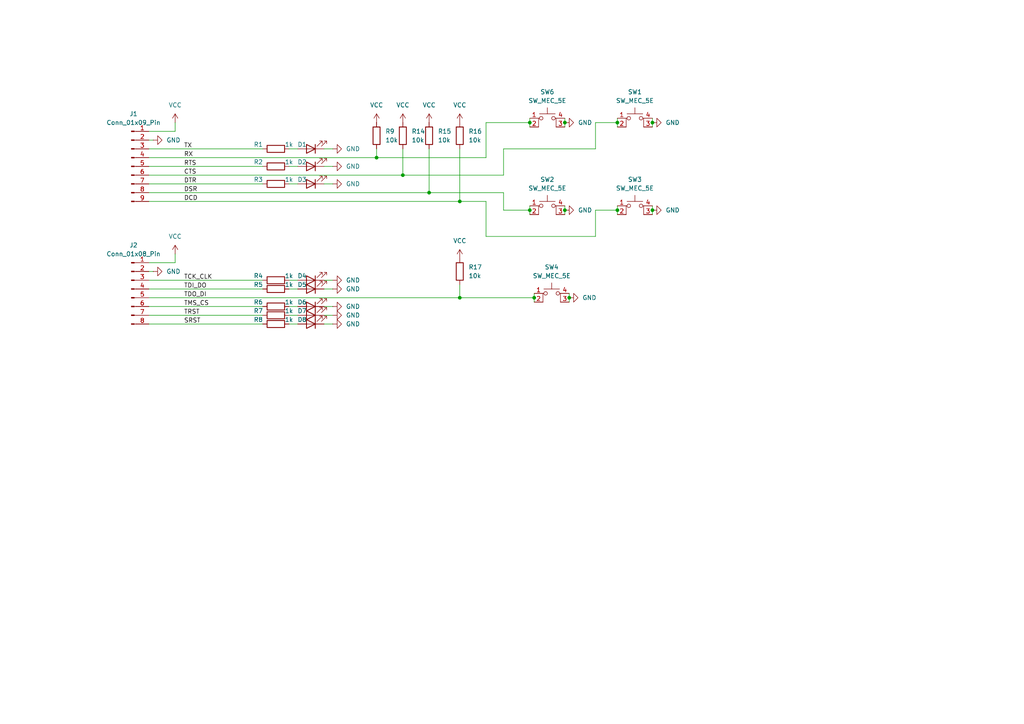
<source format=kicad_sch>
(kicad_sch (version 20250114) (generator "eeschema") (generator_version "9.0")
  (paper "A4")
  (title_block (title "Tigard-Tester") (date "2025-06-30") (rev "v1.0") (company "@casartar"))
  (lib_symbols
    (symbol "Connector:Conn_01x08_Pin" (pin_names (offset 1.016) (hide yes))
      (property "Reference" "J" (at 0 10.16 0))
      (property "Value" "Conn_01x08_Pin" (at 0 -12.7 0))
      (symbol "Conn_01x08_Pin_1_1"
        (rectangle (start 0.8636 7.747) (end 0 7.493) (stroke (width 0.1524)) (fill (type outline)))
        (rectangle (start 0.8636 5.207) (end 0 4.953) (stroke (width 0.1524)) (fill (type outline)))
        (rectangle (start 0.8636 2.667) (end 0 2.413) (stroke (width 0.1524)) (fill (type outline)))
        (rectangle (start 0.8636 0.127) (end 0 -0.127) (stroke (width 0.1524)) (fill (type outline)))
        (rectangle (start 0.8636 -2.413) (end 0 -2.667) (stroke (width 0.1524)) (fill (type outline)))
        (rectangle (start 0.8636 -4.953) (end 0 -5.207) (stroke (width 0.1524)) (fill (type outline)))
        (rectangle (start 0.8636 -7.493) (end 0 -7.747) (stroke (width 0.1524)) (fill (type outline)))
        (rectangle (start 0.8636 -10.033) (end 0 -10.287) (stroke (width 0.1524)) (fill (type outline)))
        (polyline (pts (xy 1.27 7.62) (xy 0.8636 7.62)) (stroke (width 0.1524)))
        (polyline (pts (xy 1.27 5.08) (xy 0.8636 5.08)) (stroke (width 0.1524)))
        (polyline (pts (xy 1.27 2.54) (xy 0.8636 2.54)) (stroke (width 0.1524)))
        (polyline (pts (xy 1.27 0) (xy 0.8636 0)) (stroke (width 0.1524)))
        (polyline (pts (xy 1.27 -2.54) (xy 0.8636 -2.54)) (stroke (width 0.1524)))
        (polyline (pts (xy 1.27 -5.08) (xy 0.8636 -5.08)) (stroke (width 0.1524)))
        (polyline (pts (xy 1.27 -7.62) (xy 0.8636 -7.62)) (stroke (width 0.1524)))
        (polyline (pts (xy 1.27 -10.16) (xy 0.8636 -10.16)) (stroke (width 0.1524)))
        (pin passive line (at 5.08 7.62 180) (length 3.81) (name "Pin_1") (number "1"))
        (pin passive line (at 5.08 5.08 180) (length 3.81) (name "Pin_2") (number "2"))
        (pin passive line (at 5.08 2.54 180) (length 3.81) (name "Pin_3") (number "3"))
        (pin passive line (at 5.08 0 180) (length 3.81) (name "Pin_4") (number "4"))
        (pin passive line (at 5.08 -2.54 180) (length 3.81) (name "Pin_5") (number "5"))
        (pin passive line (at 5.08 -5.08 180) (length 3.81) (name "Pin_6") (number "6"))
        (pin passive line (at 5.08 -7.62 180) (length 3.81) (name "Pin_7") (number "7"))
        (pin passive line (at 5.08 -10.16 180) (length 3.81) (name "Pin_8") (number "8"))
      )
    )
    (symbol "Connector:Conn_01x09_Pin" (pin_names (offset 1.016) (hide yes))
      (property "Reference" "J" (at 0 12.7 0))
      (property "Value" "Conn_01x09_Pin" (at 0 -12.7 0))
      (symbol "Conn_01x09_Pin_1_1"
        (rectangle (start 0.8636 10.287) (end 0 10.033) (stroke (width 0.1524)) (fill (type outline)))
        (rectangle (start 0.8636 7.747) (end 0 7.493) (stroke (width 0.1524)) (fill (type outline)))
        (rectangle (start 0.8636 5.207) (end 0 4.953) (stroke (width 0.1524)) (fill (type outline)))
        (rectangle (start 0.8636 2.667) (end 0 2.413) (stroke (width 0.1524)) (fill (type outline)))
        (rectangle (start 0.8636 0.127) (end 0 -0.127) (stroke (width 0.1524)) (fill (type outline)))
        (rectangle (start 0.8636 -2.413) (end 0 -2.667) (stroke (width 0.1524)) (fill (type outline)))
        (rectangle (start 0.8636 -4.953) (end 0 -5.207) (stroke (width 0.1524)) (fill (type outline)))
        (rectangle (start 0.8636 -7.493) (end 0 -7.747) (stroke (width 0.1524)) (fill (type outline)))
        (rectangle (start 0.8636 -10.033) (end 0 -10.287) (stroke (width 0.1524)) (fill (type outline)))
        (polyline (pts (xy 1.27 10.16) (xy 0.8636 10.16)) (stroke (width 0.1524)))
        (polyline (pts (xy 1.27 7.62) (xy 0.8636 7.62)) (stroke (width 0.1524)))
        (polyline (pts (xy 1.27 5.08) (xy 0.8636 5.08)) (stroke (width 0.1524)))
        (polyline (pts (xy 1.27 2.54) (xy 0.8636 2.54)) (stroke (width 0.1524)))
        (polyline (pts (xy 1.27 0) (xy 0.8636 0)) (stroke (width 0.1524)))
        (polyline (pts (xy 1.27 -2.54) (xy 0.8636 -2.54)) (stroke (width 0.1524)))
        (polyline (pts (xy 1.27 -5.08) (xy 0.8636 -5.08)) (stroke (width 0.1524)))
        (polyline (pts (xy 1.27 -7.62) (xy 0.8636 -7.62)) (stroke (width 0.1524)))
        (polyline (pts (xy 1.27 -10.16) (xy 0.8636 -10.16)) (stroke (width 0.1524)))
        (pin passive line (at 5.08 10.16 180) (length 3.81) (name "Pin_1") (number "1"))
        (pin passive line (at 5.08 7.62 180) (length 3.81) (name "Pin_2") (number "2"))
        (pin passive line (at 5.08 5.08 180) (length 3.81) (name "Pin_3") (number "3"))
        (pin passive line (at 5.08 2.54 180) (length 3.81) (name "Pin_4") (number "4"))
        (pin passive line (at 5.08 0 180) (length 3.81) (name "Pin_5") (number "5"))
        (pin passive line (at 5.08 -2.54 180) (length 3.81) (name "Pin_6") (number "6"))
        (pin passive line (at 5.08 -5.08 180) (length 3.81) (name "Pin_7") (number "7"))
        (pin passive line (at 5.08 -7.62 180) (length 3.81) (name "Pin_8") (number "8"))
        (pin passive line (at 5.08 -10.16 180) (length 3.81) (name "Pin_9") (number "9"))
      )
    )
    (symbol "Device:LED" (pin_numbers (hide yes)) (pin_names (offset 1.016) (hide yes))
      (property "Reference" "D" (at 0 2.54 0))
      (property "Value" "LED" (at 0 -2.54 0))
      (symbol "LED_0_1"
        (polyline (pts (xy -3.048 -0.762) (xy -4.572 -2.286) (xy -3.81 -2.286) (xy -4.572 -2.286) (xy -4.572 -1.524)))
        (polyline (pts (xy -1.778 -0.762) (xy -3.302 -2.286) (xy -2.54 -2.286) (xy -3.302 -2.286) (xy -3.302 -1.524)))
        (polyline (pts (xy -1.27 0) (xy 1.27 0)))
        (polyline (pts (xy -1.27 -1.27) (xy -1.27 1.27)) (stroke (width 0.254)))
        (polyline (pts (xy 1.27 -1.27) (xy 1.27 1.27) (xy -1.27 0) (xy 1.27 -1.27)) (stroke (width 0.254)))
      )
      (symbol "LED_1_1"
        (pin passive line (at -3.81 0 0) (length 2.54) (name "K") (number "1"))
        (pin passive line (at 3.81 0 180) (length 2.54) (name "A") (number "2"))
      )
    )
    (symbol "Device:R" (pin_numbers (hide yes)) (pin_names (offset 0))
      (property "Reference" "R" (at 2.032 0 90))
      (property "Value" "R" (at 0 0 90))
      (symbol "R_0_1"
        (rectangle (start -1.016 -2.54) (end 1.016 2.54) (stroke (width 0.254)))
      )
      (symbol "R_1_1"
        (pin passive line (at 0 3.81 270) (length 1.27) (name "~") (number "1"))
        (pin passive line (at 0 -3.81 90) (length 1.27) (name "~") (number "2"))
      )
    )
    (symbol "Switch:SW_MEC_5E" (pin_names (offset 1.016) (hide yes))
      (property "Reference" "SW" (at 0.635 5.715 0))
      (property "Value" "SW_MEC_5E" (at 0 -3.175 0))
      (symbol "SW_MEC_5E_0_1"
        (polyline (pts (xy -2.54 0) (xy -2.54 2.54) (xy -2.286 2.54)))
        (polyline (pts (xy -2.286 3.81) (xy 2.286 3.81)))
        (circle (center -1.778 2.54) (radius 0.508))
        (polyline (pts (xy 0 3.81) (xy 0 5.588)))
        (circle (center 1.778 2.54) (radius 0.508))
        (polyline (pts (xy 2.54 0) (xy 2.54 2.54) (xy 2.286 2.54)))
        (pin passive line (at -5.08 2.54 0) (length 2.54) (name "1") (number "1"))
        (pin passive line (at -5.08 0 0) (length 2.54) (name "2") (number "2"))
        (pin passive line (at 5.08 2.54 180) (length 2.54) (name "A") (number "4"))
        (pin passive line (at 5.08 0 180) (length 2.54) (name "K") (number "3"))
      )
    )
    (symbol "power:GND" (power) (pin_numbers (hide yes)) (pin_names (offset 0) (hide yes))
      (property "Value" "GND" (at 0 -3.81 0))
      (symbol "GND_0_1"
        (polyline (pts (xy 0 0) (xy 0 -1.27) (xy 1.27 -1.27) (xy 0 -2.54) (xy -1.27 -1.27) (xy 0 -1.27)))
      )
      (symbol "GND_1_1"
        (pin power_in line (at 0 0 270) (length 0) (name "~") (number "1"))
      )
    )
    (symbol "power:VCC" (power) (pin_numbers (hide yes)) (pin_names (offset 0) (hide yes))
      (property "Value" "VCC" (at 0 3.556 0))
      (symbol "VCC_0_1"
        (polyline (pts (xy -0.762 1.27) (xy 0 2.54)))
        (polyline (pts (xy 0 2.54) (xy 0.762 1.27)))
        (polyline (pts (xy 0 0) (xy 0 2.54)))
      )
      (symbol "VCC_1_1"
        (pin power_in line (at 0 0 90) (length 0) (name "~") (number "1"))
      )
    )
  )
  (junction (at 165.1 86.36))
  (junction (at 124.46 55.88))
  (junction (at 153.67 35.56))
  (junction (at 189.23 35.56))
  (junction (at 179.07 60.96))
  (junction (at 153.67 60.96))
  (junction (at 154.94 86.36))
  (junction (at 163.83 35.56))
  (junction (at 116.84 50.8))
  (junction (at 163.83 60.96))
  (junction (at 189.23 60.96))
  (junction (at 133.35 58.42))
  (junction (at 109.22 45.72))
  (junction (at 179.07 35.56))
  (junction (at 133.35 86.36))
  (wire (pts (xy 179.07 59.69) (xy 179.07 60.96)))
  (wire (pts (xy 93.98 81.28) (xy 96.52 81.28)))
  (wire (pts (xy 109.22 43.18) (xy 109.22 45.72)))
  (wire (pts (xy 163.83 60.96) (xy 163.83 62.23)))
  (wire (pts (xy 154.94 85.09) (xy 154.94 86.36)))
  (wire (pts (xy 44.45 40.64) (xy 43.18 40.64)))
  (wire (pts (xy 83.82 43.18) (xy 86.36 43.18)))
  (wire (pts (xy 43.18 50.8) (xy 116.84 50.8)))
  (wire (pts (xy 189.23 34.29) (xy 189.23 35.56)))
  (wire (pts (xy 146.05 50.8) (xy 146.05 43.18)))
  (wire (pts (xy 93.98 91.44) (xy 96.52 91.44)))
  (wire (pts (xy 43.18 43.18) (xy 76.2 43.18)))
  (wire (pts (xy 140.97 35.56) (xy 153.67 35.56)))
  (wire (pts (xy 153.67 60.96) (xy 153.67 62.23)))
  (wire (pts (xy 163.83 59.69) (xy 163.83 60.96)))
  (wire (pts (xy 133.35 82.55) (xy 133.35 86.36)))
  (wire (pts (xy 43.18 88.9) (xy 76.2 88.9)))
  (wire (pts (xy 43.18 81.28) (xy 76.2 81.28)))
  (wire (pts (xy 124.46 43.18) (xy 124.46 55.88)))
  (wire (pts (xy 146.05 55.88) (xy 146.05 60.96)))
  (wire (pts (xy 44.45 78.74) (xy 43.18 78.74)))
  (wire (pts (xy 189.23 35.56) (xy 189.23 36.83)))
  (wire (pts (xy 43.18 48.26) (xy 76.2 48.26)))
  (wire (pts (xy 163.83 34.29) (xy 163.83 35.56)))
  (wire (pts (xy 93.98 93.98) (xy 96.52 93.98)))
  (wire (pts (xy 43.18 45.72) (xy 109.22 45.72)))
  (wire (pts (xy 140.97 58.42) (xy 140.97 68.58)))
  (wire (pts (xy 189.23 59.69) (xy 189.23 60.96)))
  (wire (pts (xy 124.46 55.88) (xy 146.05 55.88)))
  (wire (pts (xy 43.18 86.36) (xy 133.35 86.36)))
  (wire (pts (xy 43.18 53.34) (xy 76.2 53.34)))
  (wire (pts (xy 50.8 76.2) (xy 50.8 73.66)))
  (wire (pts (xy 93.98 48.26) (xy 96.52 48.26)))
  (wire (pts (xy 43.18 76.2) (xy 50.8 76.2)))
  (wire (pts (xy 153.67 35.56) (xy 153.67 36.83)))
  (wire (pts (xy 146.05 60.96) (xy 153.67 60.96)))
  (wire (pts (xy 165.1 86.36) (xy 165.1 87.63)))
  (wire (pts (xy 93.98 43.18) (xy 96.52 43.18)))
  (wire (pts (xy 83.82 48.26) (xy 86.36 48.26)))
  (wire (pts (xy 83.82 88.9) (xy 86.36 88.9)))
  (wire (pts (xy 43.18 55.88) (xy 124.46 55.88)))
  (wire (pts (xy 83.82 93.98) (xy 86.36 93.98)))
  (wire (pts (xy 153.67 34.29) (xy 153.67 35.56)))
  (wire (pts (xy 140.97 45.72) (xy 140.97 35.56)))
  (wire (pts (xy 165.1 85.09) (xy 165.1 86.36)))
  (wire (pts (xy 93.98 53.34) (xy 96.52 53.34)))
  (wire (pts (xy 83.82 91.44) (xy 86.36 91.44)))
  (wire (pts (xy 116.84 50.8) (xy 146.05 50.8)))
  (wire (pts (xy 83.82 81.28) (xy 86.36 81.28)))
  (wire (pts (xy 153.67 59.69) (xy 153.67 60.96)))
  (wire (pts (xy 109.22 45.72) (xy 140.97 45.72)))
  (wire (pts (xy 154.94 86.36) (xy 154.94 87.63)))
  (wire (pts (xy 189.23 60.96) (xy 189.23 62.23)))
  (wire (pts (xy 133.35 58.42) (xy 140.97 58.42)))
  (wire (pts (xy 172.72 43.18) (xy 172.72 35.56)))
  (wire (pts (xy 179.07 34.29) (xy 179.07 35.56)))
  (wire (pts (xy 179.07 60.96) (xy 179.07 62.23)))
  (wire (pts (xy 83.82 83.82) (xy 86.36 83.82)))
  (wire (pts (xy 93.98 83.82) (xy 96.52 83.82)))
  (wire (pts (xy 172.72 68.58) (xy 172.72 60.96)))
  (wire (pts (xy 83.82 53.34) (xy 86.36 53.34)))
  (wire (pts (xy 140.97 68.58) (xy 172.72 68.58)))
  (wire (pts (xy 43.18 38.1) (xy 50.8 38.1)))
  (wire (pts (xy 43.18 91.44) (xy 76.2 91.44)))
  (wire (pts (xy 133.35 86.36) (xy 154.94 86.36)))
  (wire (pts (xy 172.72 60.96) (xy 179.07 60.96)))
  (wire (pts (xy 43.18 83.82) (xy 76.2 83.82)))
  (wire (pts (xy 43.18 58.42) (xy 133.35 58.42)))
  (wire (pts (xy 93.98 88.9) (xy 96.52 88.9)))
  (wire (pts (xy 50.8 38.1) (xy 50.8 35.56)))
  (wire (pts (xy 116.84 43.18) (xy 116.84 50.8)))
  (wire (pts (xy 146.05 43.18) (xy 172.72 43.18)))
  (wire (pts (xy 133.35 43.18) (xy 133.35 58.42)))
  (wire (pts (xy 43.18 93.98) (xy 76.2 93.98)))
  (wire (pts (xy 172.72 35.56) (xy 179.07 35.56)))
  (wire (pts (xy 163.83 35.56) (xy 163.83 36.83)))
  (wire (pts (xy 179.07 35.56) (xy 179.07 36.83)))
  (label "TMS_CS" (at 53.34 88.9 0))
  (label "TRST" (at 53.34 91.44 0))
  (label "TCK_CLK" (at 53.34 81.28 0))
  (label "CTS" (at 53.34 50.8 0))
  (label "DTR" (at 53.34 53.34 0))
  (label "TDI_DO" (at 53.34 83.82 0))
  (label "DCD" (at 53.34 58.42 0))
  (label "RTS" (at 53.34 48.26 0))
  (label "RX" (at 53.34 45.72 0))
  (label "TDO_DI" (at 53.34 86.36 0))
  (label "TX" (at 53.34 43.18 0))
  (label "DSR" (at 53.34 55.88 0))
  (label "SRST" (at 53.34 93.98 0))
  (symbol (lib_id "Connector:Conn_01x08_Pin") (at 38.1 83.82 0) (unit 1)
    (property "Reference" "J2" (at 38.735 71.12 0))
    (property "Value" "Conn_01x08_Pin" (at 38.735 73.66 0))
    (property "Footprint" "Connector_PinHeader_2.54mm:PinHeader_1x08_P2.54mm_Horizontal" (effects (hide yes)))
    (property "Description" "Generic connector, single row, 01x08, script generated" (effects (hide yes)))
    (property "LCSC" "C492416" (effects (hide yes)))
  )
  (symbol (lib_id "Switch:SW_MEC_5E") (at 158.75 62.23 0) (unit 1)
    (property "Reference" "SW2" (at 158.75 52.07 0))
    (property "Value" "SW_MEC_5E" (at 158.75 54.61 0))
    (property "Footprint" "KH-6X6X6H-STM:KH-6X6X6H-STM" (effects (hide yes)))
    (property "Datasheet" "http://www.apem.com/int/index.php?controller=attachment&id_attachment=1371" (effects (hide yes)))
    (property "Description" "MEC 5E single pole normally-open tactile switch" (effects (hide yes)))
  )
  (symbol (lib_id "power:GND") (at 165.1 86.36 90) (unit 1)
    (property "Reference" "#PWR022" (effects (hide yes)))
    (property "Value" "GND" (at 168.91 86.3599 90) (effects (justify right)))
    (property "Description" "Power symbol creates a global label with name \"GND\" , ground" (effects (hide yes)))
  )
  (symbol (lib_id "Device:LED") (at 90.17 93.98 180) (unit 1)
    (property "Reference" "D8" (at 87.63 92.71 0))
    (property "Value" "LED" (effects (hide yes)))
    (property "Footprint" "LED_SMD:LED_0805_2012Metric_Pad1.15x1.40mm_HandSolder" (effects (hide yes)))
    (property "Description" "Light emitting diode" (effects (hide yes)))
    (property "Sim.Pins" "1=K 2=A" (effects (hide yes)))
    (property "LCSC" "C94868" (effects (hide yes)))
  )
  (symbol (lib_id "Device:R") (at 80.01 93.98 90) (unit 1)
    (property "Reference" "R8" (at 74.93 92.71 90))
    (property "Value" "1k" (at 83.82 92.71 90))
    (property "Footprint" "Resistor_SMD:R_0805_2012Metric_Pad1.20x1.40mm_HandSolder" (effects (hide yes)))
    (property "Description" "Resistor" (effects (hide yes)))
    (property "LCSC" "C95781" (effects (hide yes)))
  )
  (symbol (lib_id "Device:LED") (at 90.17 91.44 180) (unit 1)
    (property "Reference" "D7" (at 87.63 90.17 0))
    (property "Value" "LED" (effects (hide yes)))
    (property "Footprint" "LED_SMD:LED_0805_2012Metric_Pad1.15x1.40mm_HandSolder" (effects (hide yes)))
    (property "Description" "Light emitting diode" (effects (hide yes)))
    (property "Sim.Pins" "1=K 2=A" (effects (hide yes)))
    (property "LCSC" "C94868" (effects (hide yes)))
  )
  (symbol (lib_id "power:GND") (at 189.23 35.56 90) (unit 1)
    (property "Reference" "#PWR014" (effects (hide yes)))
    (property "Value" "GND" (at 193.04 35.5599 90) (effects (justify right)))
    (property "Description" "Power symbol creates a global label with name \"GND\" , ground" (effects (hide yes)))
  )
  (symbol (lib_id "Device:R") (at 80.01 53.34 90) (unit 1)
    (property "Reference" "R3" (at 74.93 52.07 90))
    (property "Value" "1k" (at 83.82 52.07 90))
    (property "Footprint" "Resistor_SMD:R_0805_2012Metric_Pad1.20x1.40mm_HandSolder" (effects (hide yes)))
    (property "Description" "Resistor" (effects (hide yes)))
    (property "LCSC" "C95781" (effects (hide yes)))
  )
  (symbol (lib_id "Device:R") (at 80.01 91.44 90) (unit 1)
    (property "Reference" "R7" (at 74.93 90.17 90))
    (property "Value" "1k" (at 83.82 90.17 90))
    (property "Footprint" "Resistor_SMD:R_0805_2012Metric_Pad1.20x1.40mm_HandSolder" (effects (hide yes)))
    (property "Description" "Resistor" (effects (hide yes)))
    (property "LCSC" "C95781" (effects (hide yes)))
  )
  (symbol (lib_id "Device:LED") (at 90.17 83.82 180) (unit 1)
    (property "Reference" "D5" (at 87.63 82.55 0))
    (property "Value" "LED" (effects (hide yes)))
    (property "Footprint" "LED_SMD:LED_0805_2012Metric_Pad1.15x1.40mm_HandSolder" (effects (hide yes)))
    (property "Description" "Light emitting diode" (effects (hide yes)))
    (property "Sim.Pins" "1=K 2=A" (effects (hide yes)))
    (property "LCSC" "C94868" (effects (hide yes)))
  )
  (symbol (lib_id "Device:R") (at 80.01 83.82 90) (unit 1)
    (property "Reference" "R5" (at 74.93 82.55 90))
    (property "Value" "1k" (at 83.82 82.55 90))
    (property "Footprint" "Resistor_SMD:R_0805_2012Metric_Pad1.20x1.40mm_HandSolder" (effects (hide yes)))
    (property "Description" "Resistor" (effects (hide yes)))
    (property "LCSC" "C95781" (effects (hide yes)))
  )
  (symbol (lib_id "Device:R") (at 124.46 39.37 0) (unit 1)
    (property "Reference" "R15" (at 127 38.0999 0) (effects (justify left)))
    (property "Value" "10k" (at 127 40.6399 0) (effects (justify left)))
    (property "Footprint" "Resistor_SMD:R_0805_2012Metric_Pad1.20x1.40mm_HandSolder" (effects (hide yes)))
    (property "Description" "Resistor" (effects (hide yes)))
    (property "LCSC" " C84376" (effects (hide yes)))
  )
  (symbol (lib_id "Device:R") (at 133.35 39.37 0) (unit 1)
    (property "Reference" "R16" (at 135.89 38.0999 0) (effects (justify left)))
    (property "Value" "10k" (at 135.89 40.6399 0) (effects (justify left)))
    (property "Footprint" "Resistor_SMD:R_0805_2012Metric_Pad1.20x1.40mm_HandSolder" (effects (hide yes)))
    (property "Description" "Resistor" (effects (hide yes)))
    (property "LCSC" " C84376" (effects (hide yes)))
  )
  (symbol (lib_id "power:VCC") (at 124.46 35.56 0) (unit 1)
    (property "Reference" "#PWR019" (effects (hide yes)))
    (property "Value" "VCC" (at 124.46 30.48 0))
    (property "Description" "Power symbol creates a global label with name \"VCC\"" (effects (hide yes)))
  )
  (symbol (lib_id "power:GND") (at 163.83 60.96 90) (unit 1)
    (property "Reference" "#PWR015" (effects (hide yes)))
    (property "Value" "GND" (at 167.64 60.9599 90) (effects (justify right)))
    (property "Description" "Power symbol creates a global label with name \"GND\" , ground" (effects (hide yes)))
  )
  (symbol (lib_id "Switch:SW_MEC_5E") (at 158.75 36.83 0) (unit 1)
    (property "Reference" "SW6" (at 158.75 26.67 0))
    (property "Value" "SW_MEC_5E" (at 158.75 29.21 0))
    (property "Footprint" "KH-6X6X6H-STM:KH-6X6X6H-STM" (effects (hide yes)))
    (property "Datasheet" "http://www.apem.com/int/index.php?controller=attachment&id_attachment=1371" (effects (hide yes)))
    (property "Description" "MEC 5E single pole normally-open tactile switch" (effects (hide yes)))
  )
  (symbol (lib_id "Device:R") (at 116.84 39.37 0) (unit 1)
    (property "Reference" "R14" (at 119.38 38.0999 0) (effects (justify left)))
    (property "Value" "10k" (at 119.38 40.6399 0) (effects (justify left)))
    (property "Footprint" "Resistor_SMD:R_0805_2012Metric_Pad1.20x1.40mm_HandSolder" (effects (hide yes)))
    (property "Description" "Resistor" (effects (hide yes)))
    (property "LCSC" " C84376 " (effects (hide yes)))
  )
  (symbol (lib_id "Device:R") (at 80.01 88.9 90) (unit 1)
    (property "Reference" "R6" (at 74.93 87.63 90))
    (property "Value" "1k" (at 83.82 87.63 90))
    (property "Footprint" "Resistor_SMD:R_0805_2012Metric_Pad1.20x1.40mm_HandSolder" (effects (hide yes)))
    (property "Description" "Resistor" (effects (hide yes)))
    (property "LCSC" "C95781" (effects (hide yes)))
  )
  (symbol (lib_id "Device:R") (at 133.35 78.74 0) (unit 1)
    (property "Reference" "R17" (at 135.89 77.4699 0) (effects (justify left)))
    (property "Value" "10k" (at 135.89 80.0099 0) (effects (justify left)))
    (property "Footprint" "Resistor_SMD:R_0805_2012Metric_Pad1.20x1.40mm_HandSolder" (effects (hide yes)))
    (property "Description" "Resistor" (effects (hide yes)))
    (property "LCSC" " C84376" (effects (hide yes)))
  )
  (symbol (lib_id "power:VCC") (at 133.35 35.56 0) (unit 1)
    (property "Reference" "#PWR020" (effects (hide yes)))
    (property "Value" "VCC" (at 133.35 30.48 0))
    (property "Description" "Power symbol creates a global label with name \"VCC\"" (effects (hide yes)))
  )
  (symbol (lib_id "power:GND") (at 44.45 40.64 90) (unit 1)
    (property "Reference" "#PWR01" (effects (hide yes)))
    (property "Value" "GND" (at 48.26 40.6399 90) (effects (justify right)))
    (property "Description" "Power symbol creates a global label with name \"GND\" , ground" (effects (hide yes)))
  )
  (symbol (lib_id "Device:R") (at 80.01 48.26 90) (unit 1)
    (property "Reference" "R2" (at 74.93 46.99 90))
    (property "Value" "1k" (at 83.82 46.99 90))
    (property "Footprint" "Resistor_SMD:R_0805_2012Metric_Pad1.20x1.40mm_HandSolder" (effects (hide yes)))
    (property "Description" "Resistor" (effects (hide yes)))
    (property "LCSC" "C95781" (effects (hide yes)))
  )
  (symbol (lib_id "power:GND") (at 96.52 48.26 90) (unit 1)
    (property "Reference" "#PWR06" (effects (hide yes)))
    (property "Value" "GND" (at 100.33 48.2599 90) (effects (justify right)))
    (property "Description" "Power symbol creates a global label with name \"GND\" , ground" (effects (hide yes)))
  )
  (symbol (lib_id "power:GND") (at 96.52 88.9 90) (unit 1)
    (property "Reference" "#PWR010" (effects (hide yes)))
    (property "Value" "GND" (at 100.33 88.8999 90) (effects (justify right)))
    (property "Description" "Power symbol creates a global label with name \"GND\" , ground" (effects (hide yes)))
  )
  (symbol (lib_id "Device:LED") (at 90.17 43.18 180) (unit 1)
    (property "Reference" "D1" (at 87.63 41.91 0))
    (property "Value" "LED" (effects (hide yes)))
    (property "Footprint" "LED_SMD:LED_0805_2012Metric_Pad1.15x1.40mm_HandSolder" (effects (hide yes)))
    (property "Description" "Light emitting diode" (effects (hide yes)))
    (property "Sim.Pins" "1=K 2=A" (effects (hide yes)))
    (property "LCSC" "C94868" (effects (hide yes)))
  )
  (symbol (lib_id "power:GND") (at 96.52 93.98 90) (unit 1)
    (property "Reference" "#PWR012" (effects (hide yes)))
    (property "Value" "GND" (at 100.33 93.9799 90) (effects (justify right)))
    (property "Description" "Power symbol creates a global label with name \"GND\" , ground" (effects (hide yes)))
  )
  (symbol (lib_id "power:VCC") (at 133.35 74.93 0) (unit 1)
    (property "Reference" "#PWR021" (effects (hide yes)))
    (property "Value" "VCC" (at 133.35 69.85 0))
    (property "Description" "Power symbol creates a global label with name \"VCC\"" (effects (hide yes)))
  )
  (symbol (lib_id "Device:LED") (at 90.17 53.34 180) (unit 1)
    (property "Reference" "D3" (at 87.63 52.07 0))
    (property "Value" "LED" (effects (hide yes)))
    (property "Footprint" "LED_SMD:LED_0805_2012Metric_Pad1.15x1.40mm_HandSolder" (effects (hide yes)))
    (property "Description" "Light emitting diode" (effects (hide yes)))
    (property "Sim.Pins" "1=K 2=A" (effects (hide yes)))
    (property "LCSC" "C94868" (effects (hide yes)))
  )
  (symbol (lib_id "Switch:SW_MEC_5E") (at 184.15 62.23 0) (unit 1)
    (property "Reference" "SW3" (at 184.15 52.07 0))
    (property "Value" "SW_MEC_5E" (at 184.15 54.61 0))
    (property "Footprint" "KH-6X6X6H-STM:KH-6X6X6H-STM" (effects (hide yes)))
    (property "Datasheet" "http://www.apem.com/int/index.php?controller=attachment&id_attachment=1371" (effects (hide yes)))
    (property "Description" "MEC 5E single pole normally-open tactile switch" (effects (hide yes)))
  )
  (symbol (lib_id "Device:R") (at 80.01 81.28 90) (unit 1)
    (property "Reference" "R4" (at 74.93 80.01 90))
    (property "Value" "1k" (at 83.82 80.01 90))
    (property "Footprint" "Resistor_SMD:R_0805_2012Metric_Pad1.20x1.40mm_HandSolder" (effects (hide yes)))
    (property "Description" "Resistor" (effects (hide yes)))
    (property "LCSC" "C95781" (effects (hide yes)))
  )
  (symbol (lib_id "Connector:Conn_01x09_Pin") (at 38.1 48.26 0) (unit 1)
    (property "Reference" "J1" (at 38.735 33.02 0))
    (property "Value" "Conn_01x09_Pin" (at 38.735 35.56 0))
    (property "Footprint" "Connector_PinHeader_2.54mm:PinHeader_1x09_P2.54mm_Horizontal" (effects (hide yes)))
    (property "Description" "Generic connector, single row, 01x09, script generated" (effects (hide yes)))
    (property "LCSC" "C492417" (effects (hide yes)))
  )
  (symbol (lib_id "Switch:SW_MEC_5E") (at 160.02 87.63 0) (unit 1)
    (property "Reference" "SW4" (at 160.02 77.47 0))
    (property "Value" "SW_MEC_5E" (at 160.02 80.01 0))
    (property "Footprint" "KH-6X6X6H-STM:KH-6X6X6H-STM" (effects (hide yes)))
    (property "Datasheet" "http://www.apem.com/int/index.php?controller=attachment&id_attachment=1371" (effects (hide yes)))
    (property "Description" "MEC 5E single pole normally-open tactile switch" (effects (hide yes)))
  )
  (symbol (lib_id "Device:LED") (at 90.17 88.9 180) (unit 1)
    (property "Reference" "D6" (at 87.63 87.63 0))
    (property "Value" "LED" (effects (hide yes)))
    (property "Footprint" "LED_SMD:LED_0805_2012Metric_Pad1.15x1.40mm_HandSolder" (effects (hide yes)))
    (property "Description" "Light emitting diode" (effects (hide yes)))
    (property "Sim.Pins" "1=K 2=A" (effects (hide yes)))
    (property "LCSC" "C94868" (effects (hide yes)))
  )
  (symbol (lib_id "power:VCC") (at 116.84 35.56 0) (unit 1)
    (property "Reference" "#PWR018" (effects (hide yes)))
    (property "Value" "VCC" (at 116.84 30.48 0))
    (property "Description" "Power symbol creates a global label with name \"VCC\"" (effects (hide yes)))
  )
  (symbol (lib_id "power:GND") (at 96.52 83.82 90) (unit 1)
    (property "Reference" "#PWR09" (effects (hide yes)))
    (property "Value" "GND" (at 100.33 83.8199 90) (effects (justify right)))
    (property "Description" "Power symbol creates a global label with name \"GND\" , ground" (effects (hide yes)))
  )
  (symbol (lib_id "power:GND") (at 96.52 53.34 90) (unit 1)
    (property "Reference" "#PWR07" (effects (hide yes)))
    (property "Value" "GND" (at 100.33 53.3399 90) (effects (justify right)))
    (property "Description" "Power symbol creates a global label with name \"GND\" , ground" (effects (hide yes)))
  )
  (symbol (lib_id "Device:R") (at 80.01 43.18 90) (unit 1)
    (property "Reference" "R1" (at 74.93 41.91 90))
    (property "Value" "1k" (at 83.82 41.91 90))
    (property "Footprint" "Resistor_SMD:R_0805_2012Metric_Pad1.20x1.40mm_HandSolder" (effects (hide yes)))
    (property "Description" "Resistor" (effects (hide yes)))
    (property "LCSC" "C95781" (effects (hide yes)))
  )
  (symbol (lib_id "power:GND") (at 96.52 81.28 90) (unit 1)
    (property "Reference" "#PWR08" (effects (hide yes)))
    (property "Value" "GND" (at 100.33 81.2799 90) (effects (justify right)))
    (property "Description" "Power symbol creates a global label with name \"GND\" , ground" (effects (hide yes)))
  )
  (symbol (lib_id "power:GND") (at 44.45 78.74 90) (unit 1)
    (property "Reference" "#PWR02" (effects (hide yes)))
    (property "Value" "GND" (at 48.26 78.7399 90) (effects (justify right)))
    (property "Description" "Power symbol creates a global label with name \"GND\" , ground" (effects (hide yes)))
  )
  (symbol (lib_id "power:VCC") (at 50.8 35.56 0) (unit 1)
    (property "Reference" "#PWR03" (effects (hide yes)))
    (property "Value" "VCC" (at 50.8 30.48 0))
    (property "Description" "Power symbol creates a global label with name \"VCC\"" (effects (hide yes)))
  )
  (symbol (lib_id "power:VCC") (at 109.22 35.56 0) (unit 1)
    (property "Reference" "#PWR013" (effects (hide yes)))
    (property "Value" "VCC" (at 109.22 30.48 0))
    (property "Description" "Power symbol creates a global label with name \"VCC\"" (effects (hide yes)))
  )
  (symbol (lib_id "power:GND") (at 189.23 60.96 90) (unit 1)
    (property "Reference" "#PWR017" (effects (hide yes)))
    (property "Value" "GND" (at 193.04 60.9599 90) (effects (justify right)))
    (property "Description" "Power symbol creates a global label with name \"GND\" , ground" (effects (hide yes)))
  )
  (symbol (lib_id "power:GND") (at 96.52 43.18 90) (unit 1)
    (property "Reference" "#PWR05" (effects (hide yes)))
    (property "Value" "GND" (at 100.33 43.1799 90) (effects (justify right)))
    (property "Description" "Power symbol creates a global label with name \"GND\" , ground" (effects (hide yes)))
  )
  (symbol (lib_id "power:GND") (at 96.52 91.44 90) (unit 1)
    (property "Reference" "#PWR011" (effects (hide yes)))
    (property "Value" "GND" (at 100.33 91.4399 90) (effects (justify right)))
    (property "Description" "Power symbol creates a global label with name \"GND\" , ground" (effects (hide yes)))
  )
  (symbol (lib_id "power:GND") (at 163.83 35.56 90) (unit 1)
    (property "Reference" "#PWR016" (effects (hide yes)))
    (property "Value" "GND" (at 167.64 35.5599 90) (effects (justify right)))
    (property "Description" "Power symbol creates a global label with name \"GND\" , ground" (effects (hide yes)))
  )
  (symbol (lib_id "Switch:SW_MEC_5E") (at 184.15 36.83 0) (unit 1)
    (property "Reference" "SW1" (at 184.15 26.67 0))
    (property "Value" "SW_MEC_5E" (at 184.15 29.21 0))
    (property "Footprint" "KH-6X6X6H-STM:KH-6X6X6H-STM" (effects (hide yes)))
    (property "Datasheet" "http://www.apem.com/int/index.php?controller=attachment&id_attachment=1371" (effects (hide yes)))
    (property "Description" "MEC 5E single pole normally-open tactile switch" (effects (hide yes)))
  )
  (symbol (lib_id "Device:R") (at 109.22 39.37 0) (unit 1)
    (property "Reference" "R9" (at 111.76 38.0999 0) (effects (justify left)))
    (property "Value" "10k" (at 111.76 40.6399 0) (effects (justify left)))
    (property "Footprint" "Resistor_SMD:R_0805_2012Metric_Pad1.20x1.40mm_HandSolder" (effects (hide yes)))
    (property "Description" "Resistor" (effects (hide yes)))
    (property "LCSC" " C84376 " (effects (hide yes)))
  )
  (symbol (lib_id "Device:LED") (at 90.17 48.26 180) (unit 1)
    (property "Reference" "D2" (at 87.63 46.99 0))
    (property "Value" "LED" (effects (hide yes)))
    (property "Footprint" "LED_SMD:LED_0805_2012Metric_Pad1.15x1.40mm_HandSolder" (effects (hide yes)))
    (property "Description" "Light emitting diode" (effects (hide yes)))
    (property "Sim.Pins" "1=K 2=A" (effects (hide yes)))
    (property "LCSC" "C94868" (effects (hide yes)))
  )
  (symbol (lib_id "power:VCC") (at 50.8 73.66 0) (unit 1)
    (property "Reference" "#PWR04" (effects (hide yes)))
    (property "Value" "VCC" (at 50.8 68.58 0))
    (property "Description" "Power symbol creates a global label with name \"VCC\"" (effects (hide yes)))
  )
  (symbol (lib_id "Device:LED") (at 90.17 81.28 180) (unit 1)
    (property "Reference" "D4" (at 87.63 80.01 0))
    (property "Value" "LED" (effects (hide yes)))
    (property "Footprint" "LED_SMD:LED_0805_2012Metric_Pad1.15x1.40mm_HandSolder" (effects (hide yes)))
    (property "Description" "Light emitting diode" (effects (hide yes)))
    (property "Sim.Pins" "1=K 2=A" (effects (hide yes)))
    (property "LCSC" "C94868" (effects (hide yes)))
  )
)
</source>
